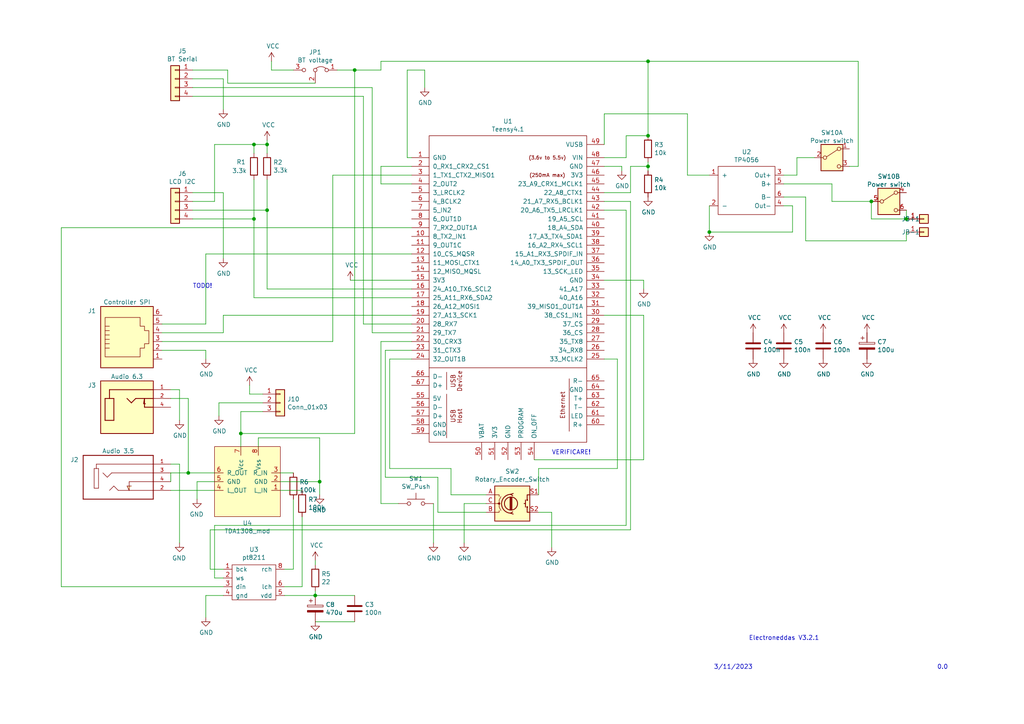
<source format=kicad_sch>
(kicad_sch (version 20230121) (generator eeschema)
  (paper "A4")
  (lib_symbols
    (symbol "Connector:6P6C" (pin_names (offset 1.016))
      (property "Reference" "J" (at -5.08 11.43 0))
      (property "Value" "6P6C" (at 2.54 11.43 0))
      (symbol "6P6C_0_1"
        (polyline (pts (xy -6.35 -1.905) (xy -5.08 -1.905) (xy -5.08 -1.905)))
        (polyline (pts (xy -6.35 -0.635) (xy -5.08 -0.635) (xy -5.08 -0.635)))
        (polyline (pts (xy -6.35 0.635) (xy -5.08 0.635) (xy -5.08 0.635)))
        (polyline (pts (xy -6.35 1.905) (xy -5.08 1.905) (xy -5.08 1.905)))
        (polyline (pts (xy -6.35 3.175) (xy -5.08 3.175) (xy -5.08 3.175)))
        (polyline (pts (xy -5.08 4.445) (xy -6.35 4.445) (xy -6.35 4.445)))
        (polyline (pts (xy -6.35 -4.445) (xy -6.35 6.985) (xy 3.81 6.985) (xy 3.81 4.445) (xy 5.08 4.445) (xy 5.08 3.175) (xy 6.35 3.175) (xy 6.35 -0.635) (xy 5.08 -0.635) (xy 5.08 -1.905) (xy 3.81 -1.905) (xy 3.81 -4.445) (xy -6.35 -4.445) (xy -6.35 -4.445)))
        (rectangle (start 7.62 10.16) (end -7.62 -7.62) (stroke (width 0.254)) (fill (type background)))
      )
      (symbol "6P6C_1_1"
        (pin passive line (at 10.16 -5.08 180) (length 2.54) (name "~") (number "1"))
        (pin passive line (at 10.16 -2.54 180) (length 2.54) (name "~") (number "2"))
        (pin passive line (at 10.16 0 180) (length 2.54) (name "~") (number "3"))
        (pin passive line (at 10.16 2.54 180) (length 2.54) (name "~") (number "4"))
        (pin passive line (at 10.16 5.08 180) (length 2.54) (name "~") (number "5"))
        (pin passive line (at 10.16 7.62 180) (length 2.54) (name "~") (number "6"))
      )
    )
    (symbol "Connector_Generic:Conn_01x01" (pin_names (offset 1.016) hide)
      (property "Reference" "J" (at 0 2.54 0))
      (property "Value" "Conn_01x01" (at 0 -2.54 0))
      (symbol "Conn_01x01_1_1"
        (rectangle (start -1.27 0.127) (end 0 -0.127) (stroke (width 0.1524)))
        (rectangle (start -1.27 1.27) (end 1.27 -1.27) (stroke (width 0.254)) (fill (type background)))
        (pin passive line (at -5.08 0 0) (length 3.81) (name "Pin_1") (number "1"))
      )
    )
    (symbol "Connector_Generic:Conn_01x03" (pin_names (offset 1.016) hide)
      (property "Reference" "J" (at 0 5.08 0))
      (property "Value" "Conn_01x03" (at 0 -5.08 0))
      (symbol "Conn_01x03_1_1"
        (rectangle (start -1.27 -2.413) (end 0 -2.667) (stroke (width 0.1524)))
        (rectangle (start -1.27 0.127) (end 0 -0.127) (stroke (width 0.1524)))
        (rectangle (start -1.27 2.667) (end 0 2.413) (stroke (width 0.1524)))
        (rectangle (start -1.27 3.81) (end 1.27 -3.81) (stroke (width 0.254)) (fill (type background)))
        (pin passive line (at -5.08 2.54 0) (length 3.81) (name "Pin_1") (number "1"))
        (pin passive line (at -5.08 0 0) (length 3.81) (name "Pin_2") (number "2"))
        (pin passive line (at -5.08 -2.54 0) (length 3.81) (name "Pin_3") (number "3"))
      )
    )
    (symbol "Connector_Generic:Conn_01x04" (pin_names (offset 1.016) hide)
      (property "Reference" "J" (at 0 5.08 0))
      (property "Value" "Conn_01x04" (at 0 -7.62 0))
      (symbol "Conn_01x04_1_1"
        (rectangle (start -1.27 -4.953) (end 0 -5.207) (stroke (width 0.1524)))
        (rectangle (start -1.27 -2.413) (end 0 -2.667) (stroke (width 0.1524)))
        (rectangle (start -1.27 0.127) (end 0 -0.127) (stroke (width 0.1524)))
        (rectangle (start -1.27 2.667) (end 0 2.413) (stroke (width 0.1524)))
        (rectangle (start -1.27 3.81) (end 1.27 -6.35) (stroke (width 0.254)) (fill (type background)))
        (pin passive line (at -5.08 2.54 0) (length 3.81) (name "Pin_1") (number "1"))
        (pin passive line (at -5.08 0 0) (length 3.81) (name "Pin_2") (number "2"))
        (pin passive line (at -5.08 -2.54 0) (length 3.81) (name "Pin_3") (number "3"))
        (pin passive line (at -5.08 -5.08 0) (length 3.81) (name "Pin_4") (number "4"))
      )
    )
    (symbol "Device:C" (pin_numbers hide) (pin_names (offset 0.254))
      (property "Reference" "C" (at 0.635 2.54 0))
      (property "Value" "C" (at 0.635 -2.54 0))
      (symbol "C_0_1"
        (polyline (pts (xy -2.032 -0.762) (xy 2.032 -0.762)) (stroke (width 0.508)))
        (polyline (pts (xy -2.032 0.762) (xy 2.032 0.762)) (stroke (width 0.508)))
      )
      (symbol "C_1_1"
        (pin passive line (at 0 3.81 270) (length 2.794) (name "~") (number "1"))
        (pin passive line (at 0 -3.81 90) (length 2.794) (name "~") (number "2"))
      )
    )
    (symbol "Device:C_Polarized" (pin_numbers hide) (pin_names (offset 0.254))
      (property "Reference" "C" (at 0.635 2.54 0))
      (property "Value" "C_Polarized" (at 0.635 -2.54 0))
      (symbol "C_Polarized_0_1"
        (rectangle (start -2.286 0.508) (end 2.286 1.016))
        (polyline (pts (xy -1.778 2.286) (xy -0.762 2.286)))
        (polyline (pts (xy -1.27 2.794) (xy -1.27 1.778)))
        (rectangle (start 2.286 -0.508) (end -2.286 -1.016) (fill (type outline)))
      )
      (symbol "C_Polarized_1_1"
        (pin passive line (at 0 3.81 270) (length 2.794) (name "~") (number "1"))
        (pin passive line (at 0 -3.81 90) (length 2.794) (name "~") (number "2"))
      )
    )
    (symbol "Device:R" (pin_numbers hide) (pin_names (offset 0))
      (property "Reference" "R" (at 2.032 0 90))
      (property "Value" "R" (at 0 0 90))
      (symbol "R_0_1"
        (rectangle (start -1.016 -2.54) (end 1.016 2.54) (stroke (width 0.254)))
      )
      (symbol "R_1_1"
        (pin passive line (at 0 3.81 270) (length 1.27) (name "~") (number "1"))
        (pin passive line (at 0 -3.81 90) (length 1.27) (name "~") (number "2"))
      )
    )
    (symbol "Device:RotaryEncoder_Switch" (pin_names (offset 0.254) hide)
      (property "Reference" "SW" (at 0 6.604 0))
      (property "Value" "RotaryEncoder_Switch" (at 0 -6.604 0))
      (symbol "RotaryEncoder_Switch_0_1"
        (rectangle (start -5.08 5.08) (end 5.08 -5.08) (stroke (width 0.254)) (fill (type background)))
        (circle (center -3.81 0) (radius 0.254) (fill (type outline)))
        (circle (center -0.381 0) (radius 1.905) (stroke (width 0.254)))
        (arc (start -0.381 2.667) (mid -3.0988 -0.0635) (end -0.381 -2.794) (stroke (width 0.254)))
        (polyline (pts (xy -0.635 -1.778) (xy -0.635 1.778)) (stroke (width 0.254)))
        (polyline (pts (xy -0.381 -1.778) (xy -0.381 1.778)) (stroke (width 0.254)))
        (polyline (pts (xy -0.127 1.778) (xy -0.127 -1.778)) (stroke (width 0.254)))
        (polyline (pts (xy 3.81 0) (xy 3.429 0)) (stroke (width 0.254)))
        (polyline (pts (xy 3.81 1.016) (xy 3.81 -1.016)) (stroke (width 0.254)))
        (polyline (pts (xy -5.08 -2.54) (xy -3.81 -2.54) (xy -3.81 -2.032)))
        (polyline (pts (xy -5.08 2.54) (xy -3.81 2.54) (xy -3.81 2.032)))
        (polyline (pts (xy 0.254 -3.048) (xy -0.508 -2.794) (xy 0.127 -2.413)) (stroke (width 0.254)))
        (polyline (pts (xy 0.254 2.921) (xy -0.508 2.667) (xy 0.127 2.286)) (stroke (width 0.254)))
        (polyline (pts (xy 5.08 -2.54) (xy 4.318 -2.54) (xy 4.318 -1.016)) (stroke (width 0.254)))
        (polyline (pts (xy 5.08 2.54) (xy 4.318 2.54) (xy 4.318 1.016)) (stroke (width 0.254)))
        (polyline (pts (xy -5.08 0) (xy -3.81 0) (xy -3.81 -1.016) (xy -3.302 -2.032)))
        (polyline (pts (xy -4.318 0) (xy -3.81 0) (xy -3.81 1.016) (xy -3.302 2.032)))
        (circle (center 4.318 -1.016) (radius 0.127) (stroke (width 0.254)))
        (circle (center 4.318 1.016) (radius 0.127) (stroke (width 0.254)))
      )
      (symbol "RotaryEncoder_Switch_1_1"
        (pin passive line (at -7.62 2.54 0) (length 2.54) (name "A") (number "A"))
        (pin passive line (at -7.62 -2.54 0) (length 2.54) (name "B") (number "B"))
        (pin passive line (at -7.62 0 0) (length 2.54) (name "C") (number "C"))
        (pin passive line (at 7.62 2.54 180) (length 2.54) (name "S1") (number "S1"))
        (pin passive line (at 7.62 -2.54 180) (length 2.54) (name "S2") (number "S2"))
      )
    )
    (symbol "Jumper:Jumper_3_Bridged12" (pin_names (offset 0) hide)
      (property "Reference" "JP" (at -2.54 -2.54 0))
      (property "Value" "Jumper_3_Bridged12" (at 0 2.794 0))
      (symbol "Jumper_3_Bridged12_0_0"
        (circle (center -3.302 0) (radius 0.508))
        (circle (center 0 0) (radius 0.508))
        (circle (center 3.302 0) (radius 0.508))
      )
      (symbol "Jumper_3_Bridged12_0_1"
        (arc (start -0.254 0.508) (mid -1.651 0.9912) (end -3.048 0.508))
        (polyline (pts (xy 0 -1.27) (xy 0 -0.508)))
      )
      (symbol "Jumper_3_Bridged12_1_1"
        (pin passive line (at -6.35 0 0) (length 2.54) (name "A") (number "1"))
        (pin passive line (at 0 -3.81 90) (length 2.54) (name "C") (number "2"))
        (pin passive line (at 6.35 0 180) (length 2.54) (name "B") (number "3"))
      )
    )
    (symbol "Switch:SW_DPDT_x2" (pin_names (offset 0) hide)
      (property "Reference" "SW" (at 0 5.08 0))
      (property "Value" "SW_DPDT_x2" (at 0 -5.08 0))
      (symbol "SW_DPDT_x2_0_0"
        (circle (center -2.032 0) (radius 0.508))
        (circle (center 2.032 -2.54) (radius 0.508))
      )
      (symbol "SW_DPDT_x2_0_1"
        (rectangle (start -3.175 3.81) (end 3.175 -3.81) (stroke (width 0.254)) (fill (type background)))
        (polyline (pts (xy -1.524 0.254) (xy 1.5748 2.286)))
        (circle (center 2.032 2.54) (radius 0.508))
      )
      (symbol "SW_DPDT_x2_1_1"
        (pin passive line (at 5.08 2.54 180) (length 2.54) (name "A") (number "1"))
        (pin passive line (at -5.08 0 0) (length 2.54) (name "B") (number "2"))
        (pin passive line (at 5.08 -2.54 180) (length 2.54) (name "C") (number "3"))
      )
      (symbol "SW_DPDT_x2_2_1"
        (pin passive line (at 5.08 2.54 180) (length 2.54) (name "A") (number "4"))
        (pin passive line (at -5.08 0 0) (length 2.54) (name "B") (number "5"))
        (pin passive line (at 5.08 -2.54 180) (length 2.54) (name "C") (number "6"))
      )
    )
    (symbol "Switch:SW_Push" (pin_numbers hide) (pin_names (offset 1.016) hide)
      (property "Reference" "SW" (at 1.27 2.54 0))
      (property "Value" "SW_Push" (at 0 -1.524 0))
      (symbol "SW_Push_0_1"
        (circle (center -2.032 0) (radius 0.508))
        (polyline (pts (xy 0 1.27) (xy 0 3.048)))
        (polyline (pts (xy 2.54 1.27) (xy -2.54 1.27)))
        (circle (center 2.032 0) (radius 0.508))
        (pin passive line (at -5.08 0 0) (length 2.54) (name "1") (number "1"))
        (pin passive line (at 5.08 0 180) (length 2.54) (name "2") (number "2"))
      )
    )
    (symbol "Trastus:MJ-63022B" (pin_names (offset 1.016) hide)
      (property "Reference" "J" (at -7.62 8.382 0))
      (property "Value" "MJ-63022B" (at -7.62 -8.382 0))
      (symbol "MJ-63022B_0_0"
        (rectangle (start -7.62 -7.62) (end 7.62 7.62) (stroke (width 0.254)) (fill (type background)))
        (polyline (pts (xy -6.35 -3.81) (xy -6.35 2.54)) (stroke (width 0.254)))
        (polyline (pts (xy -6.35 2.54) (xy -5.08 2.54)) (stroke (width 0.254)))
        (polyline (pts (xy -5.08 2.54) (xy -5.08 5.08)) (stroke (width 0.254)))
        (polyline (pts (xy -5.08 2.54) (xy -3.81 2.54)) (stroke (width 0.254)))
        (polyline (pts (xy -5.08 5.08) (xy 7.62 5.08)) (stroke (width 0.254)))
        (polyline (pts (xy -3.81 -3.81) (xy -6.35 -3.81)) (stroke (width 0.254)))
        (polyline (pts (xy -3.81 2.54) (xy -3.81 -3.81)) (stroke (width 0.254)))
        (polyline (pts (xy 0 2.54) (xy 1.27 1.27)) (stroke (width 0.254)))
        (polyline (pts (xy 1.27 1.27) (xy 2.54 2.54)) (stroke (width 0.254)))
        (polyline (pts (xy 2.54 2.54) (xy 5.08 2.54)) (stroke (width 0.254)))
        (polyline (pts (xy 5.08 0) (xy 5.08 2.54)) (stroke (width 0.254)))
        (polyline (pts (xy 5.08 0) (xy 7.62 0)) (stroke (width 0.254)))
        (polyline (pts (xy 5.08 2.54) (xy 7.62 2.54)) (stroke (width 0.254)))
        (polyline (pts (xy 5.08 2.54) (xy 4.826 1.016) (xy 5.334 1.016)) (stroke (width 0.254)) (fill (type background)))
        (pin passive line (at 12.7 5.08 180) (length 5.08) (name "~") (number "1"))
        (pin passive line (at 12.7 2.54 180) (length 5.08) (name "~") (number "2"))
        (pin passive line (at 12.7 0 180) (length 5.08) (name "~") (number "4"))
      )
    )
    (symbol "Trastus:SJ1-3534NG" (pin_names (offset 1.016) hide)
      (property "Reference" "J" (at -10.16 7.62 0))
      (property "Value" "SJ1-3534NG" (at -10.16 -12.7 0))
      (symbol "SJ1-3534NG_0_0"
        (polyline (pts (xy -10.16 -7.62) (xy 10.16 -7.62)) (stroke (width 0.254)))
        (polyline (pts (xy -10.16 5.08) (xy -10.16 -7.62)) (stroke (width 0.254)))
        (polyline (pts (xy -6.985 -4.445) (xy -6.985 1.27)) (stroke (width 0.1524)))
        (polyline (pts (xy -6.985 1.27) (xy -6.35 1.27)) (stroke (width 0.1524)))
        (polyline (pts (xy -6.35 1.27) (xy -5.715 1.27)) (stroke (width 0.1524)))
        (polyline (pts (xy -6.35 2.54) (xy -6.35 1.27)) (stroke (width 0.1524)))
        (polyline (pts (xy -5.715 -4.445) (xy -6.985 -4.445)) (stroke (width 0.1524)))
        (polyline (pts (xy -5.715 1.27) (xy -5.715 -4.445)) (stroke (width 0.1524)))
        (polyline (pts (xy -3.175 -1.27) (xy -4.445 0)) (stroke (width 0.1524)))
        (polyline (pts (xy -1.905 0) (xy -3.175 -1.27)) (stroke (width 0.1524)))
        (polyline (pts (xy -1.27 -3.81) (xy -2.54 -5.08)) (stroke (width 0.1524)))
        (polyline (pts (xy 0 -5.08) (xy -1.27 -3.81)) (stroke (width 0.1524)))
        (polyline (pts (xy 3.175 -5.08) (xy 0 -5.08)) (stroke (width 0.1524)))
        (polyline (pts (xy 3.175 -2.54) (xy 3.175 -5.08)) (stroke (width 0.1524)))
        (polyline (pts (xy 10.16 -7.62) (xy 10.16 -5.08)) (stroke (width 0.254)))
        (polyline (pts (xy 10.16 -5.08) (xy 3.175 -5.08)) (stroke (width 0.1524)))
        (polyline (pts (xy 10.16 -5.08) (xy 10.16 -2.54)) (stroke (width 0.254)))
        (polyline (pts (xy 10.16 -2.54) (xy 3.175 -2.54)) (stroke (width 0.1524)))
        (polyline (pts (xy 10.16 -2.54) (xy 10.16 0)) (stroke (width 0.254)))
        (polyline (pts (xy 10.16 0) (xy -1.905 0)) (stroke (width 0.1524)))
        (polyline (pts (xy 10.16 0) (xy 10.16 2.54)) (stroke (width 0.254)))
        (polyline (pts (xy 10.16 2.54) (xy -6.35 2.54)) (stroke (width 0.1524)))
        (polyline (pts (xy 10.16 2.54) (xy 10.16 5.08)) (stroke (width 0.254)))
        (polyline (pts (xy 10.16 5.08) (xy -10.16 5.08)) (stroke (width 0.254)))
        (polyline (pts (xy 3.175 -5.08) (xy 2.54 -3.81) (xy 3.81 -3.81)) (stroke (width 0.1524)) (fill (type background)))
        (pin passive line (at 15.24 2.54 180) (length 5.08) (name "~") (number "1"))
        (pin passive line (at 15.24 -5.08 180) (length 5.08) (name "~") (number "2"))
        (pin passive line (at 15.24 0 180) (length 5.08) (name "~") (number "3"))
        (pin passive line (at 15.24 -2.54 180) (length 5.08) (name "~") (number "4"))
      )
    )
    (symbol "Trastus:TDA1308_mod" (pin_names (offset 1.016))
      (property "Reference" "U" (at -10.16 2.54 0))
      (property "Value" "TDA1308_mod" (at -3.81 -16.51 0))
      (symbol "TDA1308_mod_0_1"
        (rectangle (start -11.43 1.27) (end 7.62 -19.05) (fill (type background)))
      )
      (symbol "TDA1308_mod_1_1"
        (pin input line (at 7.62 -11.43 180) (length 2.54) (name "L_IN") (number "1"))
        (pin input line (at 7.62 -8.89 180) (length 2.54) (name "GND") (number "2"))
        (pin input line (at 7.62 -6.35 180) (length 2.54) (name "R_IN") (number "3"))
        (pin output line (at -11.43 -11.43 0) (length 2.54) (name "L_OUT") (number "4"))
        (pin output line (at -11.43 -8.89 0) (length 2.54) (name "GND") (number "5"))
        (pin output line (at -11.43 -6.35 0) (length 2.54) (name "R_OUT") (number "6"))
        (pin power_in line (at -3.81 1.27 270) (length 2.54) (name "Vcc") (number "7"))
        (pin power_in line (at 1.27 1.27 270) (length 2.54) (name "Vss") (number "8"))
      )
    )
    (symbol "Trastus:TP4056-Teensy" (pin_names (offset 1.016))
      (property "Reference" "U" (at 0 0 0))
      (property "Value" "TP4056-Teensy" (at 1.27 -1.27 0))
      (symbol "TP4056-Teensy_0_1"
        (rectangle (start -6.35 -2.54) (end 10.16 -16.51))
      )
      (symbol "TP4056-Teensy_1_1"
        (pin power_in line (at -8.89 -5.08 0) (length 2.54) (name "+") (number "1"))
        (pin power_in line (at -8.89 -13.97 0) (length 2.54) (name "-") (number "2"))
        (pin power_out line (at 12.7 -5.08 180) (length 2.54) (name "Out+") (number "3"))
        (pin power_out line (at 12.7 -13.97 180) (length 2.54) (name "Out-") (number "4"))
        (pin bidirectional line (at 12.7 -7.62 180) (length 2.54) (name "B+") (number "5"))
        (pin bidirectional line (at 12.7 -11.43 180) (length 2.54) (name "B-") (number "6"))
      )
    )
    (symbol "Trastus:Teensy4.1" (pin_names (offset 1.016))
      (property "Reference" "U" (at 0 64.77 0))
      (property "Value" "Teensy4.1" (at 0 62.23 0))
      (symbol "Teensy4.1_0_0"
        (polyline (pts (xy -22.86 -6.35) (xy 22.86 -6.35)))
        (polyline (pts (xy -17.78 -26.67) (xy -17.78 -13.97)))
        (polyline (pts (xy -17.78 -7.62) (xy -17.78 -12.7)))
        (polyline (pts (xy 17.78 -9.525) (xy 17.78 -24.765)))
        (text "(250mA max)" (at 11.43 49.53 0) (effects (font (size 1.016 1.016))))
        (text "(3.6v to 5.5v)" (at 11.43 54.61 0) (effects (font (size 1.016 1.016))))
        (text "Device" (at -13.97 -10.16 900) (effects (font (size 1.27 1.27))))
        (text "Ethernet" (at 15.875 -17.145 900) (effects (font (size 1.27 1.27))))
        (text "Host" (at -13.97 -20.32 900) (effects (font (size 1.27 1.27))))
        (text "USB" (at -15.875 -20.32 900) (effects (font (size 1.27 1.27))))
        (text "USB" (at -15.875 -10.16 900) (effects (font (size 1.27 1.27))))
        (pin bidirectional line (at -27.94 31.75 0) (length 5.08) (name "8_TX2_IN1") (number "10"))
        (pin bidirectional line (at -27.94 29.21 0) (length 5.08) (name "9_OUT1C") (number "11"))
        (pin bidirectional line (at -27.94 26.67 0) (length 5.08) (name "10_CS_MQSR") (number "12"))
        (pin bidirectional line (at -27.94 24.13 0) (length 5.08) (name "11_MOSI_CTX1") (number "13"))
        (pin bidirectional line (at -27.94 21.59 0) (length 5.08) (name "12_MISO_MQSL") (number "14"))
        (pin power_in line (at -27.94 19.05 0) (length 5.08) (name "3V3") (number "15"))
        (pin bidirectional line (at -27.94 16.51 0) (length 5.08) (name "24_A10_TX6_SCL2") (number "16"))
        (pin bidirectional line (at -27.94 13.97 0) (length 5.08) (name "25_A11_RX6_SDA2") (number "17"))
        (pin bidirectional line (at -27.94 11.43 0) (length 5.08) (name "26_A12_MOSI1") (number "18"))
        (pin bidirectional line (at -27.94 8.89 0) (length 5.08) (name "27_A13_SCK1") (number "19"))
        (pin bidirectional line (at -27.94 6.35 0) (length 5.08) (name "28_RX7") (number "20"))
        (pin bidirectional line (at -27.94 3.81 0) (length 5.08) (name "29_TX7") (number "21"))
        (pin bidirectional line (at -27.94 1.27 0) (length 5.08) (name "30_CRX3") (number "22"))
        (pin bidirectional line (at -27.94 -1.27 0) (length 5.08) (name "31_CTX3") (number "23"))
        (pin bidirectional line (at -27.94 -3.81 0) (length 5.08) (name "32_OUT1B") (number "24"))
        (pin bidirectional line (at 27.94 -3.81 180) (length 5.08) (name "33_MCLK2") (number "25"))
        (pin bidirectional line (at 27.94 -1.27 180) (length 5.08) (name "34_RX8") (number "26"))
        (pin bidirectional line (at 27.94 1.27 180) (length 5.08) (name "35_TX8") (number "27"))
        (pin bidirectional line (at 27.94 3.81 180) (length 5.08) (name "36_CS") (number "28"))
        (pin bidirectional line (at 27.94 6.35 180) (length 5.08) (name "37_CS") (number "29"))
        (pin bidirectional line (at 27.94 8.89 180) (length 5.08) (name "38_CS1_IN1") (number "30"))
        (pin bidirectional line (at 27.94 11.43 180) (length 5.08) (name "39_MISO1_OUT1A") (number "31"))
        (pin bidirectional line (at 27.94 13.97 180) (length 5.08) (name "40_A16") (number "32"))
        (pin bidirectional line (at 27.94 16.51 180) (length 5.08) (name "41_A17") (number "33"))
        (pin bidirectional line (at 27.94 21.59 180) (length 5.08) (name "13_SCK_LED") (number "35"))
        (pin bidirectional line (at 27.94 24.13 180) (length 5.08) (name "14_A0_TX3_SPDIF_OUT") (number "36"))
        (pin bidirectional line (at 27.94 26.67 180) (length 5.08) (name "15_A1_RX3_SPDIF_IN") (number "37"))
        (pin bidirectional line (at 27.94 29.21 180) (length 5.08) (name "16_A2_RX4_SCL1") (number "38"))
        (pin bidirectional line (at 27.94 31.75 180) (length 5.08) (name "17_A3_TX4_SDA1") (number "39"))
        (pin bidirectional line (at 27.94 34.29 180) (length 5.08) (name "18_A4_SDA") (number "40"))
        (pin bidirectional line (at 27.94 36.83 180) (length 5.08) (name "19_A5_SCL") (number "41"))
        (pin bidirectional line (at 27.94 39.37 180) (length 5.08) (name "20_A6_TX5_LRCLK1") (number "42"))
        (pin bidirectional line (at 27.94 41.91 180) (length 5.08) (name "21_A7_RX5_BCLK1") (number "43"))
        (pin bidirectional line (at 27.94 44.45 180) (length 5.08) (name "22_A8_CTX1") (number "44"))
        (pin bidirectional line (at 27.94 46.99 180) (length 5.08) (name "23_A9_CRX1_MCLK1") (number "45"))
        (pin output line (at 27.94 49.53 180) (length 5.08) (name "3V3") (number "46"))
        (pin output line (at 27.94 52.07 180) (length 5.08) (name "GND") (number "47"))
        (pin power_in line (at 27.94 54.61 180) (length 5.08) (name "VIN") (number "48"))
        (pin power_out line (at 27.94 58.42 180) (length 5.08) (name "VUSB") (number "49"))
        (pin bidirectional line (at -27.94 44.45 0) (length 5.08) (name "3_LRCLK2") (number "5"))
        (pin power_in line (at -7.62 -33.02 90) (length 5.08) (name "VBAT") (number "50"))
        (pin power_in line (at -3.81 -33.02 90) (length 5.08) (name "3V3") (number "51"))
        (pin input line (at 0 -33.02 90) (length 5.08) (name "GND") (number "52"))
        (pin input line (at 3.81 -33.02 90) (length 5.08) (name "PROGRAM") (number "53"))
        (pin input line (at 7.62 -33.02 90) (length 5.08) (name "ON_OFF") (number "54"))
        (pin power_out line (at -27.94 -15.24 0) (length 5.08) (name "5V") (number "55"))
        (pin bidirectional line (at -27.94 -17.78 0) (length 5.08) (name "D-") (number "56"))
        (pin bidirectional line (at -27.94 -20.32 0) (length 5.08) (name "D+") (number "57"))
        (pin power_in line (at -27.94 -22.86 0) (length 5.08) (name "GND") (number "58"))
        (pin power_in line (at -27.94 -25.4 0) (length 5.08) (name "GND") (number "59"))
        (pin bidirectional line (at -27.94 41.91 0) (length 5.08) (name "4_BCLK2") (number "6"))
        (pin bidirectional line (at 27.94 -22.86 180) (length 5.08) (name "R+") (number "60"))
        (pin bidirectional line (at 27.94 -20.32 180) (length 5.08) (name "LED") (number "61"))
        (pin bidirectional line (at 27.94 -17.78 180) (length 5.08) (name "T-") (number "62"))
        (pin bidirectional line (at 27.94 -15.24 180) (length 5.08) (name "T+") (number "63"))
        (pin power_in line (at 27.94 -12.7 180) (length 5.08) (name "GND") (number "64"))
        (pin bidirectional line (at 27.94 -10.16 180) (length 5.08) (name "R-") (number "65"))
        (pin bidirectional line (at -27.94 -8.89 0) (length 5.08) (name "D-") (number "66"))
        (pin bidirectional line (at -27.94 -11.43 0) (length 5.08) (name "D+") (number "67"))
        (pin bidirectional line (at -27.94 39.37 0) (length 5.08) (name "5_IN2") (number "7"))
        (pin bidirectional line (at -27.94 36.83 0) (length 5.08) (name "6_OUT1D") (number "8"))
        (pin bidirectional line (at -27.94 34.29 0) (length 5.08) (name "7_RX2_OUT1A") (number "9"))
      )
      (symbol "Teensy4.1_0_1"
        (rectangle (start -22.86 60.96) (end 22.86 -27.94))
        (rectangle (start -20.32 -1.27) (end -20.32 -1.27))
      )
      (symbol "Teensy4.1_1_1"
        (pin power_in line (at -27.94 54.61 0) (length 5.08) (name "GND") (number "1"))
        (pin bidirectional line (at -27.94 52.07 0) (length 5.08) (name "0_RX1_CRX2_CS1") (number "2"))
        (pin bidirectional line (at -27.94 49.53 0) (length 5.08) (name "1_TX1_CTX2_MISO1") (number "3"))
        (pin power_in line (at 27.94 19.05 180) (length 5.08) (name "GND") (number "34"))
        (pin bidirectional line (at -27.94 46.99 0) (length 5.08) (name "2_OUT2") (number "4"))
      )
    )
    (symbol "Trastus:pt8211" (pin_names (offset 1.016))
      (property "Reference" "U" (at 0 0 0))
      (property "Value" "pt8211" (at 1.27 -2.54 0))
      (symbol "pt8211_0_1"
        (rectangle (start -6.35 11.43) (end 6.35 1.27))
      )
      (symbol "pt8211_1_1"
        (pin input line (at -8.89 10.16 0) (length 2.54) (name "bck") (number "1"))
        (pin input line (at -8.89 7.62 0) (length 2.54) (name "ws") (number "2"))
        (pin input line (at -8.89 5.08 0) (length 2.54) (name "din") (number "3"))
        (pin power_in line (at -8.89 2.54 0) (length 2.54) (name "gnd") (number "4"))
        (pin power_in line (at 8.89 2.54 180) (length 2.54) (name "vdd") (number "5"))
        (pin output line (at 8.89 5.08 180) (length 2.54) (name "lch") (number "6"))
        (pin output line (at 8.89 10.16 180) (length 2.54) (name "rch") (number "8"))
      )
    )
    (symbol "power:GND" (power) (pin_names (offset 0))
      (property "Value" "GND" (at 0 -3.81 0))
      (symbol "GND_0_1"
        (polyline (pts (xy 0 0) (xy 0 -1.27) (xy 1.27 -1.27) (xy 0 -2.54) (xy -1.27 -1.27) (xy 0 -1.27)))
      )
      (symbol "GND_1_1"
        (pin power_in line (at 0 0 270) (length 0) hide (name "GND") (number "1"))
      )
    )
    (symbol "power:VCC" (power) (pin_names (offset 0))
      (property "Value" "VCC" (at 0 3.81 0))
      (symbol "VCC_0_1"
        (polyline (pts (xy -0.762 1.27) (xy 0 2.54)))
        (polyline (pts (xy 0 0) (xy 0 2.54)))
        (polyline (pts (xy 0 2.54) (xy 0.762 1.27)))
      )
      (symbol "VCC_1_1"
        (pin power_in line (at 0 0 90) (length 0) hide (name "VCC") (number "1"))
      )
    )
  )
  (junction (at 91.44 172.72))
  (junction (at 77.47 60.96))
  (junction (at 205.74 67.31))
  (junction (at 54.61 137.16))
  (junction (at 187.96 39.37))
  (junction (at 187.96 48.26))
  (junction (at 252.73 58.42))
  (junction (at 187.96 17.78))
  (junction (at 92.71 139.7))
  (junction (at 102.87 20.32))
  (junction (at 69.85 125.73))
  (junction (at 77.47 41.91))
  (junction (at 262.89 63.5))
  (junction (at 73.66 63.5))
  (junction (at 73.66 41.91))
  (wire (pts (xy 91.44 172.72) (xy 102.87 172.72)))
  (wire (pts (xy 231.14 45.72) (xy 231.14 50.8)))
  (wire (pts (xy 182.88 55.88) (xy 182.88 48.26)))
  (wire (pts (xy 113.03 104.14) (xy 119.38 104.14)))
  (wire (pts (xy 64.77 172.72) (xy 59.69 172.72)))
  (wire (pts (xy 59.69 73.66) (xy 59.69 93.98)))
  (wire (pts (xy 82.55 172.72) (xy 91.44 172.72)))
  (wire (pts (xy 92.71 139.7) (xy 92.71 143.51)))
  (wire (pts (xy 187.96 48.26) (xy 187.96 49.53)))
  (wire (pts (xy 52.07 113.03) (xy 49.53 113.03)))
  (wire (pts (xy 54.61 115.57) (xy 54.61 137.16)))
  (wire (pts (xy 236.22 45.72) (xy 231.14 45.72)))
  (wire (pts (xy 17.78 170.18) (xy 64.77 170.18)))
  (wire (pts (xy 199.39 50.8) (xy 199.39 33.02)))
  (wire (pts (xy 54.61 115.57) (xy 49.53 115.57)))
  (wire (pts (xy 186.69 81.28) (xy 186.69 83.82)))
  (wire (pts (xy 69.85 125.73) (xy 102.87 125.73)))
  (wire (pts (xy 182.88 58.42) (xy 175.26 58.42)))
  (wire (pts (xy 125.73 146.05) (xy 125.73 157.48)))
  (wire (pts (xy 110.49 99.06) (xy 119.38 99.06)))
  (wire (pts (xy 130.81 135.89) (xy 130.81 143.51)))
  (wire (pts (xy 62.23 58.42) (xy 62.23 41.91)))
  (wire (pts (xy 119.38 101.6) (xy 111.76 101.6)))
  (wire (pts (xy 69.85 129.54) (xy 69.85 125.73)))
  (wire (pts (xy 87.63 170.18) (xy 87.63 149.86)))
  (wire (pts (xy 127 148.59) (xy 127 138.43)))
  (wire (pts (xy 91.44 180.34) (xy 102.87 180.34)))
  (wire (pts (xy 118.11 20.32) (xy 118.11 45.72)))
  (wire (pts (xy 160.02 148.59) (xy 160.02 158.75)))
  (wire (pts (xy 97.79 20.32) (xy 102.87 20.32)))
  (wire (pts (xy 175.26 81.28) (xy 186.69 81.28)))
  (wire (pts (xy 186.69 91.44) (xy 175.26 91.44)))
  (wire (pts (xy 248.92 17.78) (xy 248.92 48.26)))
  (wire (pts (xy 252.73 63.5) (xy 262.89 63.5)))
  (wire (pts (xy 127 138.43) (xy 111.76 138.43)))
  (wire (pts (xy 119.38 53.34) (xy 110.49 53.34)))
  (wire (pts (xy 156.21 148.59) (xy 160.02 148.59)))
  (wire (pts (xy 17.78 66.04) (xy 17.78 170.18)))
  (wire (pts (xy 96.52 50.8) (xy 119.38 50.8)))
  (wire (pts (xy 62.23 152.4) (xy 62.23 167.64)))
  (wire (pts (xy 199.39 33.02) (xy 175.26 33.02)))
  (wire (pts (xy 63.5 116.84) (xy 76.2 116.84)))
  (wire (pts (xy 107.95 96.52) (xy 119.38 96.52)))
  (wire (pts (xy 110.49 48.26) (xy 119.38 48.26)))
  (wire (pts (xy 110.49 146.05) (xy 110.49 99.06)))
  (wire (pts (xy 91.44 24.13) (xy 66.04 24.13)))
  (wire (pts (xy 199.39 50.8) (xy 205.74 50.8)))
  (wire (pts (xy 73.66 63.5) (xy 73.66 86.36)))
  (wire (pts (xy 60.96 165.1) (xy 60.96 153.67)))
  (wire (pts (xy 110.49 146.05) (xy 115.57 146.05)))
  (wire (pts (xy 175.26 48.26) (xy 180.34 48.26)))
  (wire (pts (xy 52.07 121.92) (xy 52.07 113.03)))
  (wire (pts (xy 140.97 148.59) (xy 127 148.59)))
  (wire (pts (xy 57.15 144.78) (xy 57.15 139.7)))
  (wire (pts (xy 59.69 172.72) (xy 59.69 179.07)))
  (wire (pts (xy 72.39 111.76) (xy 72.39 114.3)))
  (wire (pts (xy 77.47 60.96) (xy 77.47 52.07)))
  (wire (pts (xy 55.88 25.4) (xy 107.95 25.4)))
  (wire (pts (xy 102.87 20.32) (xy 102.87 125.73)))
  (wire (pts (xy 123.19 25.4) (xy 123.19 20.32)))
  (wire (pts (xy 241.3 58.42) (xy 252.73 58.42)))
  (wire (pts (xy 49.53 137.16) (xy 54.61 137.16)))
  (wire (pts (xy 110.49 17.78) (xy 187.96 17.78)))
  (wire (pts (xy 59.69 101.6) (xy 59.69 104.14)))
  (wire (pts (xy 233.68 69.85) (xy 233.68 57.15)))
  (wire (pts (xy 81.28 137.16) (xy 85.09 137.16)))
  (wire (pts (xy 49.53 134.62) (xy 52.07 134.62)))
  (wire (pts (xy 180.34 48.26) (xy 180.34 49.53)))
  (wire (pts (xy 107.95 25.4) (xy 107.95 96.52)))
  (wire (pts (xy 96.52 99.06) (xy 96.52 50.8)))
  (wire (pts (xy 119.38 91.44) (xy 64.77 91.44)))
  (wire (pts (xy 76.2 119.38) (xy 69.85 119.38)))
  (wire (pts (xy 262.89 60.96) (xy 262.89 63.5)))
  (wire (pts (xy 182.88 153.67) (xy 182.88 58.42)))
  (wire (pts (xy 175.26 55.88) (xy 182.88 55.88)))
  (wire (pts (xy 69.85 119.38) (xy 69.85 125.73)))
  (wire (pts (xy 57.15 139.7) (xy 62.23 139.7)))
  (wire (pts (xy 91.44 163.83) (xy 91.44 162.56)))
  (wire (pts (xy 46.99 99.06) (xy 96.52 99.06)))
  (wire (pts (xy 262.89 69.85) (xy 262.89 67.31)))
  (wire (pts (xy 119.38 73.66) (xy 59.69 73.66)))
  (wire (pts (xy 110.49 53.34) (xy 110.49 48.26)))
  (wire (pts (xy 63.5 120.65) (xy 63.5 116.84)))
  (wire (pts (xy 54.61 137.16) (xy 62.23 137.16)))
  (wire (pts (xy 49.53 142.24) (xy 62.23 142.24)))
  (wire (pts (xy 181.61 152.4) (xy 62.23 152.4)))
  (wire (pts (xy 64.77 22.86) (xy 64.77 31.75)))
  (wire (pts (xy 85.09 165.1) (xy 85.09 144.78)))
  (wire (pts (xy 227.33 53.34) (xy 241.3 53.34)))
  (wire (pts (xy 110.49 20.32) (xy 110.49 17.78)))
  (wire (pts (xy 246.38 48.26) (xy 248.92 48.26)))
  (wire (pts (xy 92.71 139.7) (xy 92.71 127)))
  (wire (pts (xy 205.74 67.31) (xy 229.87 67.31)))
  (wire (pts (xy 74.93 127) (xy 74.93 129.54)))
  (wire (pts (xy 179.07 104.14) (xy 175.26 104.14)))
  (wire (pts (xy 181.61 39.37) (xy 187.96 39.37)))
  (wire (pts (xy 77.47 44.45) (xy 77.47 41.91)))
  (wire (pts (xy 130.81 143.51) (xy 140.97 143.51)))
  (wire (pts (xy 62.23 167.64) (xy 64.77 167.64)))
  (wire (pts (xy 55.88 22.86) (xy 64.77 22.86)))
  (wire (pts (xy 105.41 27.94) (xy 105.41 93.98)))
  (wire (pts (xy 241.3 53.34) (xy 241.3 58.42)))
  (wire (pts (xy 102.87 20.32) (xy 110.49 20.32)))
  (wire (pts (xy 62.23 41.91) (xy 73.66 41.91)))
  (wire (pts (xy 101.6 81.28) (xy 119.38 81.28)))
  (wire (pts (xy 64.77 91.44) (xy 64.77 96.52)))
  (wire (pts (xy 118.11 45.72) (xy 119.38 45.72)))
  (wire (pts (xy 123.19 20.32) (xy 118.11 20.32)))
  (wire (pts (xy 78.74 20.32) (xy 85.09 20.32)))
  (wire (pts (xy 72.39 114.3) (xy 76.2 114.3)))
  (wire (pts (xy 77.47 41.91) (xy 77.47 40.64)))
  (wire (pts (xy 119.38 66.04) (xy 17.78 66.04)))
  (wire (pts (xy 262.89 69.85) (xy 233.68 69.85)))
  (wire (pts (xy 66.04 24.13) (xy 66.04 20.32)))
  (wire (pts (xy 205.74 67.31) (xy 205.74 59.69)))
  (wire (pts (xy 181.61 60.96) (xy 181.61 152.4)))
  (wire (pts (xy 156.21 143.51) (xy 156.21 135.89)))
  (wire (pts (xy 77.47 83.82) (xy 119.38 83.82)))
  (wire (pts (xy 91.44 171.45) (xy 91.44 172.72)))
  (wire (pts (xy 77.47 60.96) (xy 77.47 83.82)))
  (wire (pts (xy 64.77 165.1) (xy 60.96 165.1)))
  (wire (pts (xy 78.74 17.78) (xy 78.74 20.32)))
  (wire (pts (xy 85.09 165.1) (xy 82.55 165.1)))
  (wire (pts (xy 227.33 57.15) (xy 233.68 57.15)))
  (wire (pts (xy 60.96 153.67) (xy 182.88 153.67)))
  (wire (pts (xy 227.33 50.8) (xy 231.14 50.8)))
  (wire (pts (xy 55.88 58.42) (xy 62.23 58.42)))
  (wire (pts (xy 46.99 93.98) (xy 59.69 93.98)))
  (wire (pts (xy 81.28 139.7) (xy 92.71 139.7)))
  (wire (pts (xy 179.07 135.89) (xy 179.07 104.14)))
  (wire (pts (xy 113.03 135.89) (xy 113.03 104.14)))
  (wire (pts (xy 175.26 45.72) (xy 181.61 45.72)))
  (wire (pts (xy 52.07 134.62) (xy 52.07 157.48)))
  (wire (pts (xy 134.62 146.05) (xy 140.97 146.05)))
  (wire (pts (xy 227.33 59.69) (xy 229.87 59.69)))
  (wire (pts (xy 55.88 27.94) (xy 105.41 27.94)))
  (wire (pts (xy 92.71 127) (xy 74.93 127)))
  (wire (pts (xy 113.03 135.89) (xy 130.81 135.89)))
  (wire (pts (xy 154.94 133.35) (xy 186.69 133.35)))
  (wire (pts (xy 105.41 93.98) (xy 119.38 93.98)))
  (wire (pts (xy 64.77 74.93) (xy 64.77 55.88)))
  (wire (pts (xy 156.21 135.89) (xy 179.07 135.89)))
  (wire (pts (xy 187.96 39.37) (xy 187.96 17.78)))
  (wire (pts (xy 134.62 157.48) (xy 134.62 146.05)))
  (wire (pts (xy 55.88 63.5) (xy 73.66 63.5)))
  (wire (pts (xy 73.66 63.5) (xy 73.66 52.07)))
  (wire (pts (xy 186.69 133.35) (xy 186.69 91.44)))
  (wire (pts (xy 73.66 41.91) (xy 77.47 41.91)))
  (wire (pts (xy 187.96 17.78) (xy 248.92 17.78)))
  (wire (pts (xy 87.63 170.18) (xy 82.55 170.18)))
  (wire (pts (xy 49.53 139.7) (xy 49.53 137.16)))
  (wire (pts (xy 73.66 86.36) (xy 119.38 86.36)))
  (wire (pts (xy 66.04 20.32) (xy 55.88 20.32)))
  (wire (pts (xy 229.87 59.69) (xy 229.87 67.31)))
  (wire (pts (xy 175.26 33.02) (xy 175.26 41.91)))
  (wire (pts (xy 81.28 142.24) (xy 87.63 142.24)))
  (wire (pts (xy 73.66 44.45) (xy 73.66 41.91)))
  (wire (pts (xy 111.76 101.6) (xy 111.76 138.43)))
  (wire (pts (xy 46.99 101.6) (xy 59.69 101.6)))
  (wire (pts (xy 252.73 58.42) (xy 252.73 63.5)))
  (wire (pts (xy 181.61 45.72) (xy 181.61 39.37)))
  (wire (pts (xy 182.88 48.26) (xy 187.96 48.26)))
  (wire (pts (xy 175.26 60.96) (xy 181.61 60.96)))
  (wire (pts (xy 55.88 55.88) (xy 64.77 55.88)))
  (wire (pts (xy 55.88 60.96) (xy 77.47 60.96)))
  (wire (pts (xy 187.96 46.99) (xy 187.96 48.26)))
  (wire (pts (xy 46.99 96.52) (xy 64.77 96.52)))
  (text "TODO!" (at 55.88 83.82 0) (effects (font (size 1.27 1.27)) (justify left bottom)))
  (text "3/11/2023\n" (at 207.01 194.31 0) (effects (font (size 1.27 1.27)) (justify left bottom)))
  (text "VERIFICARE!\n" (at 160.02 132.08 0) (effects (font (size 1.27 1.27)) (justify left bottom)))
  (text "0.0" (at 271.78 194.31 0) (effects (font (size 1.27 1.27)) (justify left bottom)))
  (text "Electroneddas V3.2.1\n\n" (at 217.17 187.96 0) (effects (font (size 1.27 1.27)) (justify left bottom)))
  (symbol (lib_id "power:GND") (at 52.07 157.48 0) (mirror y) (unit 1)
    (property "Reference" "#PWR0102" (effects hide))
    (property "Value" "GND" (at 51.943 161.8742 0))
  )
  (symbol (lib_id "power:GND") (at 123.19 25.4 0) (unit 1)
    (property "Reference" "#PWR0103" (effects hide))
    (property "Value" "GND" (at 123.317 29.7942 0))
  )
  (symbol (lib_id "power:GND") (at 52.07 121.92 0) (unit 1)
    (property "Reference" "#PWR0101" (effects hide))
    (property "Value" "GND" (at 52.197 126.3142 0))
  )
  (symbol (lib_id "Trastus:SJ1-3534NG") (at 34.29 137.16 0) (unit 1)
    (property "Reference" "J2" (at 21.59 133.35 0))
    (property "Value" "Audio 3.5" (at 34.29 130.81 0))
    (property "Footprint" "CUI_SJ1-3534NG" (effects hide))
    (property "AVAILABILITY" "Unavailable" (effects hide))
    (property "PRICE" "None" (effects hide))
    (property "CUI_PURCHASE_URL" "https://www.cuidevices.com/product/interconnect/connectors/audio-connectors/jacks/sj1-353xng-series?utm_source=snapeda.com&utm_medium=referral&utm_campaign=snapedaBOM" (effects hide))
    (property "MF" "CUI Devices" (effects hide))
    (property "DESCRIPTION" "3.5 mm, Stereo, Right Angle, Through Hole, Isolated Ground, Audio Jack Connector" (effects hide))
    (property "MP" "SJ1-3534NG" (effects hide))
    (property "PACKAGE" "None" (effects hide))
  )
  (symbol (lib_id "Switch:SW_Push") (at 120.65 146.05 0) (unit 1)
    (property "Reference" "SW1" (at 120.65 138.811 0))
    (property "Value" "SW_Push" (at 120.65 141.1224 0))
    (property "Footprint" "Button_Switch_THT:SW_PUSH_6mm" (effects hide))
  )
  (symbol (lib_id "power:GND") (at 125.73 157.48 0) (unit 1)
    (property "Reference" "#PWR0107" (effects hide))
    (property "Value" "GND" (at 125.857 161.8742 0))
  )
  (symbol (lib_id "Trastus:TP4056-Teensy") (at 214.63 45.72 0) (unit 1)
    (property "Reference" "U2" (at 216.535 44.069 0))
    (property "Value" "TP4056" (at 216.535 46.3804 0))
    (property "Footprint" "Teensy:TP4056" (effects hide))
  )
  (symbol (lib_id "Trastus:MJ-63022B") (at 36.83 118.11 0) (unit 1)
    (property "Reference" "J3" (at 26.67 111.76 0))
    (property "Value" "Audio 6.3" (at 36.83 109.22 0))
    (property "Footprint" "CUI_MJ-63022B" (effects hide))
    (property "MANUFACTURER" "CUI Devices" (effects hide))
    (property "MAXIMUM_PACKAGE_HEIGHT" "12.50mm" (effects hide))
    (property "PARTREV" "1.0" (effects hide))
    (property "STANDARD" "Manufacturer Recommendations" (effects hide))
  )
  (symbol (lib_id "Connector:6P6C") (at 36.83 99.06 0) (unit 1)
    (property "Reference" "J1" (at 26.67 90.17 0))
    (property "Value" "Controller SPI" (at 36.83 87.63 0))
    (property "Footprint" "Connector_RJ:RJ12_Amphenol_54601" (effects hide))
  )
  (symbol (lib_id "power:GND") (at 59.69 104.14 0) (unit 1)
    (property "Reference" "#PWR0104" (effects hide))
    (property "Value" "GND" (at 59.817 108.5342 0))
  )
  (symbol (lib_id "power:VCC") (at 101.6 81.28 0) (unit 1)
    (property "Reference" "#PWR0105" (effects hide))
    (property "Value" "VCC" (at 102.0318 76.8858 0))
  )
  (symbol (lib_id "power:GND") (at 205.74 67.31 0) (unit 1)
    (property "Reference" "#PWR0109" (effects hide))
    (property "Value" "GND" (at 205.867 71.7042 0))
  )
  (symbol (lib_id "power:GND") (at 186.69 83.82 0) (unit 1)
    (property "Reference" "#PWR0110" (effects hide))
    (property "Value" "GND" (at 186.817 88.2142 0))
  )
  (symbol (lib_id "power:GND") (at 134.62 157.48 0) (unit 1)
    (property "Reference" "#PWR0111" (effects hide))
    (property "Value" "GND" (at 134.747 161.8742 0))
  )
  (symbol (lib_id "Connector_Generic:Conn_01x04") (at 50.8 22.86 0) (mirror y) (unit 1)
    (property "Reference" "J5" (at 52.8828 14.8082 0))
    (property "Value" "BT Serial" (at 52.8828 17.1196 0))
    (property "Footprint" "Connector_PinHeader_2.54mm:PinHeader_1x04_P2.54mm_Vertical" (effects hide))
  )
  (symbol (lib_id "Switch:SW_DPDT_x2") (at 241.3 45.72 0) (unit 1)
    (property "Reference" "SW10" (at 241.3 38.481 0))
    (property "Value" "Power switch" (at 241.3 40.7924 0))
    (property "Footprint" "Teensy:6pin_vertical" (effects hide))
  )
  (symbol (lib_id "power:GND") (at 64.77 31.75 0) (unit 1)
    (property "Reference" "#PWR0112" (effects hide))
    (property "Value" "GND" (at 64.897 36.1442 0))
  )
  (symbol (lib_id "Switch:SW_DPDT_x2") (at 257.81 58.42 0) (unit 2)
    (property "Reference" "SW10" (at 257.81 51.181 0))
    (property "Value" "Power switch" (at 257.81 53.4924 0))
  )
  (symbol (lib_id "Device:C") (at 218.44 100.33 0) (unit 1)
    (property "Reference" "C4" (at 221.361 99.1616 0) (effects (justify left)))
    (property "Value" "100n" (at 221.361 101.473 0) (effects (justify left)))
    (property "Footprint" "Capacitor_THT:C_Disc_D6.0mm_W2.5mm_P5.00mm" (effects hide))
  )
  (symbol (lib_id "Device:C") (at 227.33 100.33 0) (unit 1)
    (property "Reference" "C5" (at 230.251 99.1616 0) (effects (justify left)))
    (property "Value" "100n" (at 230.251 101.473 0) (effects (justify left)))
    (property "Footprint" "Capacitor_THT:C_Disc_D6.0mm_W2.5mm_P5.00mm" (effects hide))
  )
  (symbol (lib_id "power:GND") (at 218.44 104.14 0) (unit 1)
    (property "Reference" "#PWR0113" (effects hide))
    (property "Value" "GND" (at 218.567 108.5342 0))
  )
  (symbol (lib_id "power:GND") (at 227.33 104.14 0) (unit 1)
    (property "Reference" "#PWR0114" (effects hide))
    (property "Value" "GND" (at 227.457 108.5342 0))
  )
  (symbol (lib_id "power:VCC") (at 218.44 96.52 0) (unit 1)
    (property "Reference" "#PWR0115" (effects hide))
    (property "Value" "VCC" (at 218.8718 92.1258 0))
  )
  (symbol (lib_id "power:VCC") (at 227.33 96.52 0) (unit 1)
    (property "Reference" "#PWR0116" (effects hide))
    (property "Value" "VCC" (at 227.7618 92.1258 0))
  )
  (symbol (lib_id "Connector_Generic:Conn_01x04") (at 50.8 58.42 0) (mirror y) (unit 1)
    (property "Reference" "J6" (at 52.8828 50.3682 0))
    (property "Value" "LCD I2C" (at 52.8828 52.6796 0))
    (property "Footprint" "Connector_PinHeader_2.54mm:PinHeader_1x04_P2.54mm_Vertical" (effects hide))
  )
  (symbol (lib_id "power:GND") (at 64.77 74.93 0) (unit 1)
    (property "Reference" "#PWR0118" (effects hide))
    (property "Value" "GND" (at 64.897 79.3242 0))
  )
  (symbol (lib_id "Device:C") (at 102.87 176.53 0) (unit 1)
    (property "Reference" "C3" (at 105.791 175.3616 0) (effects (justify left)))
    (property "Value" "100n" (at 105.791 177.673 0) (effects (justify left)))
    (property "Footprint" "Capacitor_THT:C_Disc_D6.0mm_W2.5mm_P5.00mm" (effects hide))
  )
  (symbol (lib_id "Device:C_Polarized") (at 251.46 100.33 0) (unit 1)
    (property "Reference" "C7" (at 254.4572 99.1616 0) (effects (justify left)))
    (property "Value" "100u" (at 254.4572 101.473 0) (effects (justify left)))
    (property "Footprint" "Capacitor_THT:CP_Radial_D8.0mm_P3.50mm" (effects hide))
  )
  (symbol (lib_id "power:VCC") (at 251.46 96.52 0) (unit 1)
    (property "Reference" "#PWR0121" (effects hide))
    (property "Value" "VCC" (at 251.8918 92.1258 0))
  )
  (symbol (lib_id "power:GND") (at 251.46 104.14 0) (unit 1)
    (property "Reference" "#PWR0122" (effects hide))
    (property "Value" "GND" (at 251.587 108.5342 0))
  )
  (symbol (lib_id "Device:C") (at 238.76 100.33 0) (unit 1)
    (property "Reference" "C6" (at 241.681 99.1616 0) (effects (justify left)))
    (property "Value" "100n" (at 241.681 101.473 0) (effects (justify left)))
    (property "Footprint" "Capacitor_THT:C_Disc_D6.0mm_W2.5mm_P5.00mm" (effects hide))
  )
  (symbol (lib_id "power:VCC") (at 238.76 96.52 0) (unit 1)
    (property "Reference" "#PWR0119" (effects hide))
    (property "Value" "VCC" (at 239.1918 92.1258 0))
  )
  (symbol (lib_id "power:GND") (at 238.76 104.14 0) (unit 1)
    (property "Reference" "#PWR0120" (effects hide))
    (property "Value" "GND" (at 238.887 108.5342 0))
  )
  (symbol (lib_id "Device:R") (at 77.47 48.26 0) (unit 1)
    (property "Reference" "R2" (at 79.248 47.0916 0) (effects (justify left)))
    (property "Value" "3.3k" (at 79.248 49.403 0) (effects (justify left)))
    (property "Footprint" "Resistor_THT:R_Axial_DIN0207_L6.3mm_D2.5mm_P2.54mm_Vertical" (effects hide))
  )
  (symbol (lib_id "Device:R") (at 73.66 48.26 0) (unit 1)
    (property "Reference" "R1" (at 68.58 46.99 0) (effects (justify left)))
    (property "Value" "3.3k" (at 67.31 49.53 0) (effects (justify left)))
    (property "Footprint" "Resistor_THT:R_Axial_DIN0207_L6.3mm_D2.5mm_P2.54mm_Vertical" (effects hide))
  )
  (symbol (lib_id "power:VCC") (at 77.47 40.64 0) (unit 1)
    (property "Reference" "#PWR0117" (effects hide))
    (property "Value" "VCC" (at 77.9018 36.2458 0))
  )
  (symbol (lib_id "Device:R") (at 187.96 43.18 0) (unit 1)
    (property "Reference" "R3" (at 189.738 42.0116 0) (effects (justify left)))
    (property "Value" "10k" (at 189.738 44.323 0) (effects (justify left)))
    (property "Footprint" "Resistor_THT:R_Axial_DIN0207_L6.3mm_D2.5mm_P2.54mm_Vertical" (effects hide))
  )
  (symbol (lib_id "Device:R") (at 187.96 53.34 0) (unit 1)
    (property "Reference" "R4" (at 189.738 52.1716 0) (effects (justify left)))
    (property "Value" "10k" (at 189.738 54.483 0) (effects (justify left)))
    (property "Footprint" "Resistor_THT:R_Axial_DIN0207_L6.3mm_D2.5mm_P2.54mm_Vertical" (effects hide))
  )
  (symbol (lib_id "power:GND") (at 187.96 57.15 0) (unit 1)
    (property "Reference" "#PWR0123" (effects hide))
    (property "Value" "GND" (at 188.087 61.5442 0))
  )
  (symbol (lib_id "Connector_Generic:Conn_01x01") (at 267.97 63.5 0) (mirror x) (unit 1)
    (property "Reference" "JB+1" (at 264.16 63.5 0))
    (property "Value" "Conn_01x01_Male" (effects hide))
    (property "Footprint" "Connector_PinHeader_2.54mm:PinHeader_1x01_P2.54mm_Vertical" (effects hide))
  )
  (symbol (lib_id "Connector_Generic:Conn_01x01") (at 267.97 67.31 0) (mirror x) (unit 1)
    (property "Reference" "JB-1" (at 264.16 67.31 0))
    (property "Value" "Conn_01x01_Male" (effects hide))
    (property "Footprint" "Connector_PinHeader_2.54mm:PinHeader_1x01_P2.54mm_Vertical" (effects hide))
  )
  (symbol (lib_id "power:GND") (at 63.5 120.65 0) (unit 1)
    (property "Reference" "#PWR0108" (effects hide))
    (property "Value" "GND" (at 63.627 125.0442 0))
  )
  (symbol (lib_id "power:VCC") (at 72.39 111.76 0) (unit 1)
    (property "Reference" "#PWR0124" (effects hide))
    (property "Value" "VCC" (at 72.8218 107.3658 0))
  )
  (symbol (lib_id "Trastus:pt8211") (at 73.66 175.26 0) (unit 1)
    (property "Reference" "U3" (at 73.66 159.385 0))
    (property "Value" "pt8211" (at 73.66 161.6964 0))
    (property "Footprint" "Package_SO:SOIC-8_3.9x4.9mm_P1.27mm" (effects hide))
  )
  (symbol (lib_id "power:GND") (at 59.69 179.07 0) (unit 1)
    (property "Reference" "#PWR0125" (effects hide))
    (property "Value" "GND" (at 59.817 183.4642 0))
  )
  (symbol (lib_id "power:VCC") (at 91.44 162.56 0) (unit 1)
    (property "Reference" "#PWR0126" (effects hide))
    (property "Value" "VCC" (at 91.8718 158.1658 0))
  )
  (symbol (lib_id "Device:C_Polarized") (at 91.44 176.53 0) (unit 1)
    (property "Reference" "C8" (at 94.4372 175.3616 0) (effects (justify left)))
    (property "Value" "470u" (at 94.4372 177.673 0) (effects (justify left)))
    (property "Footprint" "Capacitor_THT:CP_Radial_D8.0mm_P3.50mm" (effects hide))
  )
  (symbol (lib_id "power:GND") (at 91.44 180.34 0) (unit 1)
    (property "Reference" "#PWR0127" (effects hide))
    (property "Value" "GND" (at 91.567 184.7342 0))
  )
  (symbol (lib_id "Trastus:Teensy4.1") (at 147.32 100.33 0) (unit 1)
    (property "Reference" "U1" (at 147.32 35.179 0))
    (property "Value" "Teensy4.1" (at 147.32 37.4904 0))
    (property "Footprint" "Trastus:Teensy41" (effects hide))
  )
  (symbol (lib_id "Device:R") (at 91.44 167.64 0) (unit 1)
    (property "Reference" "R5" (at 93.218 166.4716 0) (effects (justify left)))
    (property "Value" "22" (at 93.218 168.783 0) (effects (justify left)))
    (property "Footprint" "Resistor_THT:R_Axial_DIN0207_L6.3mm_D2.5mm_P2.54mm_Vertical" (effects hide))
  )
  (symbol (lib_id "Jumper:Jumper_3_Bridged12") (at 91.44 20.32 0) (mirror y) (unit 1)
    (property "Reference" "JP1" (at 91.44 15.1384 0))
    (property "Value" "BT voltage" (at 91.44 17.4498 0))
    (property "Footprint" "Jumper:SolderJumper-3_P1.3mm_Bridged12_Pad1.0x1.5mm" (effects hide))
  )
  (symbol (lib_id "power:VCC") (at 78.74 17.78 0) (unit 1)
    (property "Reference" "#PWR0128" (effects hide))
    (property "Value" "VCC" (at 79.1718 13.3858 0))
  )
  (symbol (lib_id "power:GND") (at 180.34 49.53 0) (unit 1)
    (property "Reference" "#PWR0130" (effects hide))
    (property "Value" "GND" (at 180.467 53.9242 0))
  )
  (symbol (lib_id "Device:RotaryEncoder_Switch") (at 148.59 146.05 0) (unit 1)
    (property "Reference" "SW2" (at 148.59 136.7282 0))
    (property "Value" "Rotary_Encoder_Switch" (at 148.59 139.0396 0))
    (property "Footprint" "Rotary_Encoder:RotaryEncoder_Alps_EC11E-Switch_Vertical_H20mm_CircularMountingHoles" (effects hide))
  )
  (symbol (lib_id "power:GND") (at 160.02 158.75 0) (unit 1)
    (property "Reference" "#PWR0129" (effects hide))
    (property "Value" "GND" (at 160.147 163.1442 0))
  )
  (symbol (lib_id "power:GND") (at 57.15 144.78 0) (mirror y) (unit 1)
    (property "Reference" "#PWR0131" (effects hide))
    (property "Value" "GND" (at 57.023 149.1742 0))
  )
  (symbol (lib_id "power:GND") (at 92.71 143.51 0) (mirror y) (unit 1)
    (property "Reference" "#PWR0132" (effects hide))
    (property "Value" "GND" (at 92.583 147.9042 0))
  )
  (symbol (lib_id "Device:R") (at 87.63 146.05 0) (unit 1)
    (property "Reference" "R7" (at 89.408 144.8816 0) (effects (justify left)))
    (property "Value" "100k" (at 89.408 147.193 0) (effects (justify left)))
    (property "Footprint" "Resistor_THT:R_Axial_DIN0207_L6.3mm_D2.5mm_P2.54mm_Vertical" (effects hide))
  )
  (symbol (lib_id "Device:R") (at 85.09 140.97 0) (unit 1)
    (property "Reference" "R6" (at 86.868 139.8016 0) (effects (justify left)))
    (property "Value" "100k" (at 86.868 142.113 0) (effects (justify left)))
    (property "Footprint" "Resistor_THT:R_Axial_DIN0207_L6.3mm_D2.5mm_P2.54mm_Vertical" (effects hide))
  )
  (symbol (lib_id "Trastus:TDA1308_mod") (at 73.66 130.81 0) (unit 1)
    (property "Reference" "U4" (at 71.755 151.7142 0))
    (property "Value" "TDA1308_mod" (at 71.755 154.0256 0))
    (property "Footprint" "ElectroV3_2_1:TDA1308" (effects hide))
  )
  (symbol (lib_id "Connector_Generic:Conn_01x03") (at 81.28 116.84 0) (unit 1)
    (property "Reference" "J10" (at 83.312 115.7732 0) (effects (justify left)))
    (property "Value" "Conn_01x03" (at 83.312 118.0846 0) (effects (justify left)))
    (property "Footprint" "Connector_PinHeader_2.54mm:PinHeader_1x03_P2.54mm_Vertical" (effects hide))
  )
)
</source>
